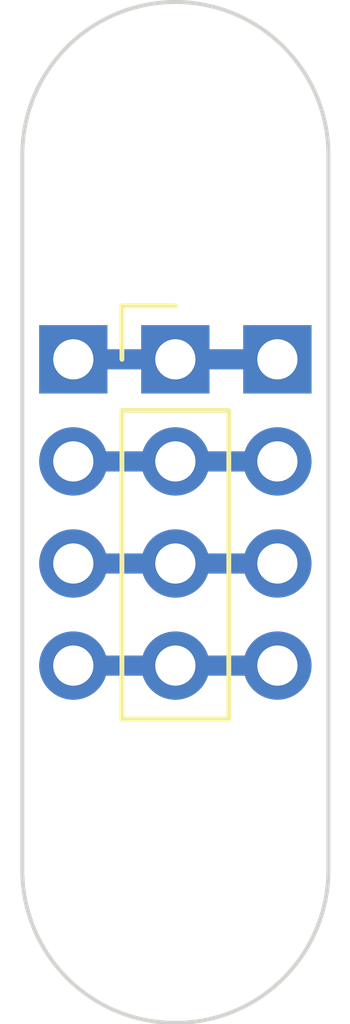
<source format=kicad_pcb>
(kicad_pcb (version 20221018) (generator pcbnew)
  (layers (0 "F.Cu" signal) (31 "B.Cu" signal) (34 "B.Paste" user) (35 "F.Paste" user) (36 "B.SilkS" user "B.Silkscreen") (37 "F.SilkS" user "F.Silkscreen") (38 "B.Mask" user) (39 "F.Mask" user) (44 "Edge.Cuts" user))
  (net 0 "")
  (net 1 "Net-(J1-Pin_1)")
  (net 2 "Net-(J1-Pin_2)")
  (net 3 "Net-(J1-Pin_3)")
  (net 4 "Net-(J1-Pin_4)")
  (footprint "Connector_PinHeader_2.54mm:PinHeader_1x04_P2.54mm_Vertical" (layer "F.Cu") (at 160.02 83.82)
    (fp_text reference "J1" hide)
    (fp_text value "Conn_01x04_Pin" hide)
    (pad "1" thru_hole rect (at 0 0) (size 1.7 1.7) (drill 1) (layers "*.Cu" "*.Mask") (net 1 "Net-(J1-Pin_1)"))
    (pad "2" thru_hole oval (at 0 2.54) (size 1.7 1.7) (drill 1) (layers "*.Cu" "*.Mask") (net 2 "Net-(J1-Pin_2)"))
    (pad "3" thru_hole oval (at 0 5.08) (size 1.7 1.7) (drill 1) (layers "*.Cu" "*.Mask") (net 3 "Net-(J1-Pin_3)"))
    (pad "4" thru_hole oval (at 0 7.62) (size 1.7 1.7) (drill 1) (layers "*.Cu" "*.Mask") (net 4 "Net-(J1-Pin_4)"))
  )
  (footprint "MountingHole:MountingHole_3.2mm_M3" (layer "F.Cu") (at 162.56 78.74)
    (fp_text reference "H1" hide)
    (fp_text value "MountingHole" hide)
    (pad "" np_thru_hole circle (at 0 0) (size 3.2 3.2) (drill 3.2) (layers "*.Cu" "*.Mask"))
  )
  (footprint "MountingHole:MountingHole_3.2mm_M3" (layer "F.Cu") (at 162.56 96.52)
    (fp_text reference "H2" hide)
    (fp_text value "MountingHole" hide)
    (pad "" np_thru_hole circle (at 0 0) (size 3.2 3.2) (drill 3.2) (layers "*.Cu" "*.Mask"))
  )
  (footprint "Connector_PinHeader_2.54mm:PinHeader_1x04_P2.54mm_Vertical" (layer "F.Cu") (at 162.56 83.82)
    (fp_text reference "J2" hide)
    (fp_text value "Conn_01x04_Pin" hide)
    (fp_line (start -1.33 -1.33) (end 0 -1.33) (stroke (width 0.12)) (layer "F.SilkS"))
    (fp_line (start -1.33 0) (end -1.33 -1.33) (stroke (width 0.12)) (layer "F.SilkS"))
    (fp_line (start -1.33 1.27) (end -1.33 8.95) (stroke (width 0.12)) (layer "F.SilkS"))
    (fp_line (start -1.33 1.27) (end 1.33 1.27) (stroke (width 0.12)) (layer "F.SilkS"))
    (fp_line (start -1.33 8.95) (end 1.33 8.95) (stroke (width 0.12)) (layer "F.SilkS"))
    (fp_line (start 1.33 1.27) (end 1.33 8.95) (stroke (width 0.12)) (layer "F.SilkS"))
    (pad "1" thru_hole rect (at 0 0) (size 1.7 1.7) (drill 1) (layers "*.Cu" "*.Mask") (net 1 "Net-(J1-Pin_1)"))
    (pad "2" thru_hole oval (at 0 2.54) (size 1.7 1.7) (drill 1) (layers "*.Cu" "*.Mask") (net 2 "Net-(J1-Pin_2)"))
    (pad "3" thru_hole oval (at 0 5.08) (size 1.7 1.7) (drill 1) (layers "*.Cu" "*.Mask") (net 3 "Net-(J1-Pin_3)"))
    (pad "4" thru_hole oval (at 0 7.62) (size 1.7 1.7) (drill 1) (layers "*.Cu" "*.Mask") (net 4 "Net-(J1-Pin_4)"))
  )
  (footprint "Connector_PinHeader_2.54mm:PinHeader_1x04_P2.54mm_Vertical" (layer "F.Cu") (at 165.1 83.82)
    (fp_text reference "J3" hide)
    (fp_text value "Conn_01x04_Pin" hide)
    (pad "1" thru_hole rect (at 0 0) (size 1.7 1.7) (drill 1) (layers "*.Cu" "*.Mask") (net 1 "Net-(J1-Pin_1)"))
    (pad "2" thru_hole oval (at 0 2.54) (size 1.7 1.7) (drill 1) (layers "*.Cu" "*.Mask") (net 2 "Net-(J1-Pin_2)"))
    (pad "3" thru_hole oval (at 0 5.08) (size 1.7 1.7) (drill 1) (layers "*.Cu" "*.Mask") (net 3 "Net-(J1-Pin_3)"))
    (pad "4" thru_hole oval (at 0 7.62) (size 1.7 1.7) (drill 1) (layers "*.Cu" "*.Mask") (net 4 "Net-(J1-Pin_4)"))
  )
  (gr_arc (start 158.75 78.74) (mid 162.56 74.93) (end 166.37 78.74) (stroke (width 0.1)) (layer "Edge.Cuts"))
  (gr_line (start 158.75 96.52) (end 158.75 78.74) (stroke (width 0.1)) (layer "Edge.Cuts"))
  (gr_line (start 166.37 78.74) (end 166.37 96.52) (stroke (width 0.1)) (layer "Edge.Cuts"))
  (gr_arc (start 166.37 96.52) (mid 162.56 100.33) (end 158.75 96.52) (stroke (width 0.1)) (layer "Edge.Cuts"))
  (segment (start 160.02 83.82) (end 162.56 83.82) (width 0.5) (layer "F.Cu") (net 1))
  (segment (start 165.1 83.82) (end 162.56 83.82) (width 0.5) (layer "F.Cu") (net 1))
  (segment (start 160.02 83.82) (end 165.1 83.82) (width 0.5) (layer "B.Cu") (net 1))
  (segment (start 160.02 86.36) (end 162.56 86.36) (width 0.5) (layer "F.Cu") (net 2))
  (segment (start 165.1 86.36) (end 162.56 86.36) (width 0.5) (layer "F.Cu") (net 2))
  (segment (start 165.1 86.36) (end 160.02 86.36) (width 0.5) (layer "B.Cu") (net 2))
  (segment (start 160.02 88.9) (end 165.1 88.9) (width 0.5) (layer "F.Cu") (net 3))
  (segment (start 160.02 88.9) (end 162.56 88.9) (width 0.5) (layer "B.Cu") (net 3))
  (segment (start 162.56 88.9) (end 165.1 88.9) (width 0.5) (layer "B.Cu") (net 3))
  (segment (start 160.02 91.44) (end 165.1 91.44) (width 0.5) (layer "F.Cu") (net 4))
  (segment (start 165.1 91.44) (end 162.56 91.44) (width 0.5) (layer "B.Cu") (net 4))
  (segment (start 162.56 91.44) (end 160.02 91.44) (width 0.5) (layer "B.Cu") (net 4))
)
</source>
